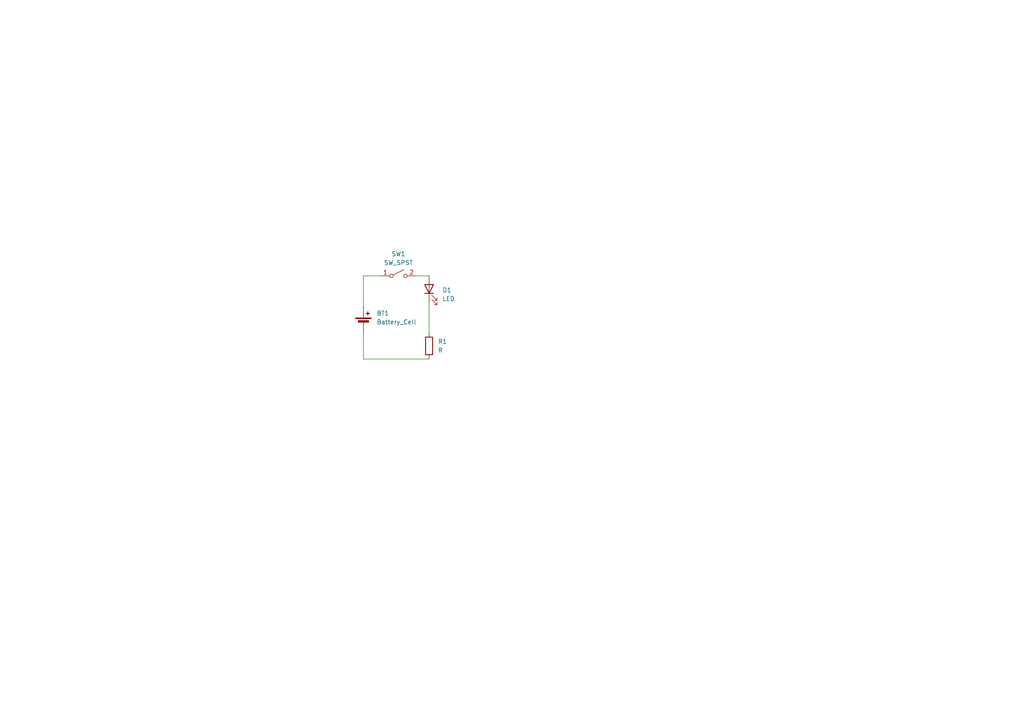
<source format=kicad_sch>
(kicad_sch (version 20250114) (generator "eeschema") (generator_version "9.0")
  (paper "A4")
  (lib_symbols
    (symbol "Device:Battery_Cell" (pin_numbers (hide yes)) (pin_names (offset 0) (hide yes))
      (property "Reference" "BT" (at 2.54 2.54 0))
      (property "Value" "Battery_Cell" (at 2.54 0 0))
      (symbol "Battery_Cell_0_1"
        (rectangle (start -2.286 1.778) (end 2.286 1.524) (fill (type outline)))
        (rectangle (start -1.524 1.016) (end 1.524 0.508) (fill (type outline)))
        (polyline (pts (xy 0 1.778) (xy 0 2.54)))
        (polyline (pts (xy 0 0.762) (xy 0 0)))
        (polyline (pts (xy 0.762 3.048) (xy 1.778 3.048)) (stroke (width 0.254)))
        (polyline (pts (xy 1.27 3.556) (xy 1.27 2.54)) (stroke (width 0.254)))
      )
      (symbol "Battery_Cell_1_1"
        (pin passive line (at 0 5.08 270) (length 2.54) (name "+") (number "1"))
        (pin passive line (at 0 -2.54 90) (length 2.54) (name "-") (number "2"))
      )
    )
    (symbol "Device:LED" (pin_numbers (hide yes)) (pin_names (offset 1.016) (hide yes))
      (property "Reference" "D" (at 0 2.54 0))
      (property "Value" "LED" (at 0 -2.54 0))
      (symbol "LED_0_1"
        (polyline (pts (xy -3.048 -0.762) (xy -4.572 -2.286) (xy -3.81 -2.286) (xy -4.572 -2.286) (xy -4.572 -1.524)))
        (polyline (pts (xy -1.778 -0.762) (xy -3.302 -2.286) (xy -2.54 -2.286) (xy -3.302 -2.286) (xy -3.302 -1.524)))
        (polyline (pts (xy -1.27 0) (xy 1.27 0)))
        (polyline (pts (xy -1.27 -1.27) (xy -1.27 1.27)) (stroke (width 0.254)))
        (polyline (pts (xy 1.27 -1.27) (xy 1.27 1.27) (xy -1.27 0) (xy 1.27 -1.27)) (stroke (width 0.254)))
      )
      (symbol "LED_1_1"
        (pin passive line (at -3.81 0 0) (length 2.54) (name "K") (number "1"))
        (pin passive line (at 3.81 0 180) (length 2.54) (name "A") (number "2"))
      )
    )
    (symbol "Device:R" (pin_numbers (hide yes)) (pin_names (offset 0))
      (property "Reference" "R" (at 2.032 0 90))
      (property "Value" "R" (at 0 0 90))
      (symbol "R_0_1"
        (rectangle (start -1.016 -2.54) (end 1.016 2.54) (stroke (width 0.254)))
      )
      (symbol "R_1_1"
        (pin passive line (at 0 3.81 270) (length 1.27) (name "~") (number "1"))
        (pin passive line (at 0 -3.81 90) (length 1.27) (name "~") (number "2"))
      )
    )
    (symbol "Switch:SW_SPST" (pin_names (offset 0) (hide yes))
      (property "Reference" "SW" (at 0 3.175 0))
      (property "Value" "SW_SPST" (at 0 -2.54 0))
      (symbol "SW_SPST_0_0"
        (circle (center -2.032 0) (radius 0.508))
        (polyline (pts (xy -1.524 0.254) (xy 1.524 1.778)))
        (circle (center 2.032 0) (radius 0.508))
      )
      (symbol "SW_SPST_1_1"
        (pin passive line (at -5.08 0 0) (length 2.54) (name "A") (number "1"))
        (pin passive line (at 5.08 0 180) (length 2.54) (name "B") (number "2"))
      )
    )
  )
  (wire (pts (xy 105.41 88.9) (xy 105.41 80.01)))
  (wire (pts (xy 124.46 87.63) (xy 124.46 96.52)))
  (wire (pts (xy 124.46 104.14) (xy 105.41 104.14)))
  (wire (pts (xy 105.41 80.01) (xy 110.49 80.01)))
  (wire (pts (xy 120.65 80.01) (xy 124.46 80.01)))
  (wire (pts (xy 105.41 104.14) (xy 105.41 96.52)))
  (symbol (lib_id "Device:LED") (at 124.46 83.82 90) (unit 1)
    (property "Reference" "D1" (at 128.27 84.1374 90) (effects (justify right)))
    (property "Value" "LED" (at 128.27 86.6774 90) (effects (justify right)))
    (property "Footprint" "LED_THT:LED_D5.0mm" (effects (hide yes)))
    (property "Description" "Light emitting diode" (effects (hide yes)))
    (property "Sim.Pins" "1=K 2=A" (effects (hide yes)))
  )
  (symbol (lib_id "Switch:SW_SPST") (at 115.57 80.01 0) (unit 1)
    (property "Reference" "SW1" (at 115.57 73.66 0))
    (property "Value" "SW_SPST" (at 115.57 76.2 0))
    (property "Footprint" "Button_Switch_THT:SW_Slide_SPDT_Straight_CK_OS102011MS2Q" (effects (hide yes)))
    (property "Description" "Single Pole Single Throw (SPST) switch" (effects (hide yes)))
  )
  (symbol (lib_id "Device:Battery_Cell") (at 105.41 93.98 0) (unit 1)
    (property "Reference" "BT1" (at 109.22 90.8684 0) (effects (justify left)))
    (property "Value" "Battery_Cell" (at 109.22 93.4084 0) (effects (justify left)))
    (property "Footprint" "Battery:BatteryHolder_Keystone_3034_1x20mm" (effects (hide yes)))
    (property "Description" "Single-cell battery" (effects (hide yes)))
  )
  (symbol (lib_id "Device:R") (at 124.46 100.33 0) (unit 1)
    (property "Reference" "R1" (at 127 99.0599 0) (effects (justify left)))
    (property "Value" "R" (at 127 101.5999 0) (effects (justify left)))
    (property "Footprint" "Resistor_THT:R_Axial_DIN0207_L6.3mm_D2.5mm_P7.62mm_Horizontal" (effects (hide yes)))
    (property "Description" "Resistor" (effects (hide yes)))
  )
)
</source>
